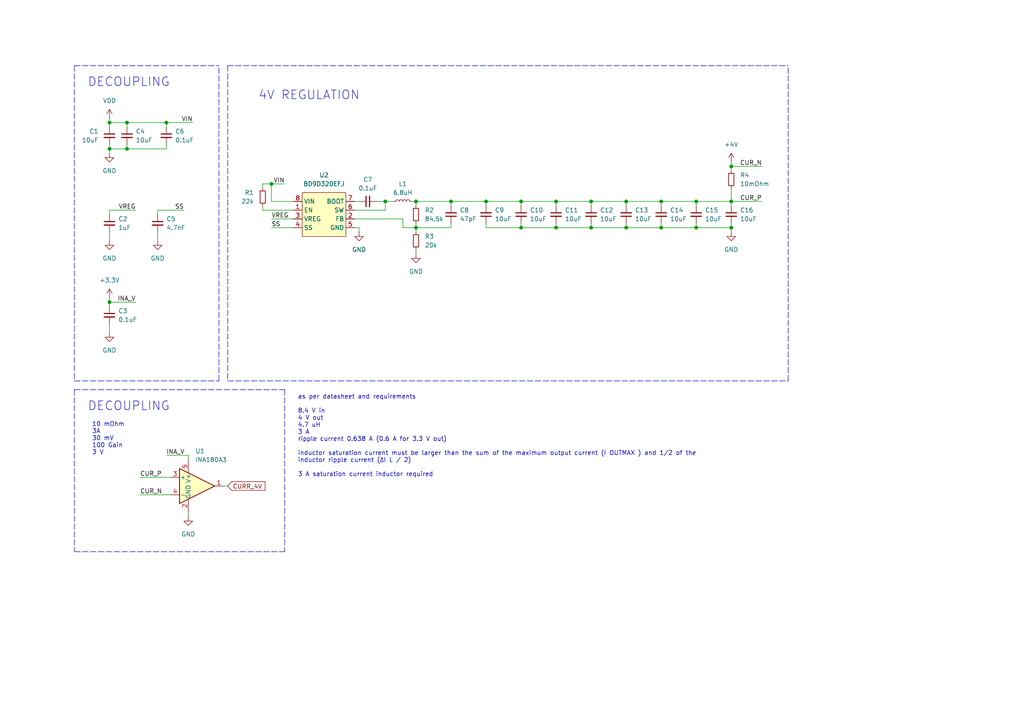
<source format=kicad_sch>
(kicad_sch (version 20211123) (generator eeschema)
  (paper "A4")
  (lib_symbols
    (symbol "Amplifier_Current:INA180A3" (pin_names (offset 0.127))
      (property "Reference" "U" (at 3.81 3.81 0))
      (property "Value" "INA180A3" (at 3.81 -2.54 0))
      (symbol "INA180A3_0_1"
        (polyline (pts (xy 5.08 0) (xy -5.08 5.08) (xy -5.08 -5.08) (xy 5.08 0)) (stroke (width 0.254)) (fill (type background)))
      )
      (symbol "INA180A3_1_1"
        (pin output line (at 7.62 0 180) (length 2.54) (name "~") (number "1"))
        (pin power_in line (at -2.54 -7.62 90) (length 3.81) (name "GND") (number "2"))
        (pin input line (at -7.62 2.54 0) (length 2.54) (name "+") (number "3"))
        (pin input line (at -7.62 -2.54 0) (length 2.54) (name "-") (number "4"))
        (pin power_in line (at -2.54 7.62 270) (length 3.81) (name "V+") (number "5"))
      )
    )
    (symbol "BD9D320EFJ_1"
      (property "Reference" "U" (at 0 6.35 0))
      (property "Value" "BD9D320EFJ_1" (at 0 8.89 0))
      (symbol "BD9D320EFJ_1_0_1"
        (rectangle (start -6.35 2.54) (end 6.35 -10.16) (fill (type background)))
      )
      (symbol "BD9D320EFJ_1_1_1"
        (pin input line (at -8.89 -2.54 0) (length 2.54) (name "EN") (number "1"))
        (pin input line (at 8.89 -5.08 180) (length 2.54) (name "FB") (number "2"))
        (pin input line (at -8.89 -5.08 0) (length 2.54) (name "VREG") (number "3"))
        (pin input line (at -8.89 -7.62 0) (length 2.54) (name "SS") (number "4"))
        (pin input line (at 8.89 -7.62 180) (length 2.54) (name "GND") (number "5"))
        (pin input line (at 8.89 -2.54 180) (length 2.54) (name "SW") (number "6"))
        (pin input line (at 8.89 0 180) (length 2.54) (name "BOOT") (number "7"))
        (pin input line (at -8.89 0 0) (length 2.54) (name "VIN") (number "8"))
        (pin input line (at 8.89 -7.62 180) (length 2.54) hide (name "GND") (number "9"))
      )
    )
    (symbol "Device:C_Small" (pin_numbers hide) (pin_names (offset 0.254) hide)
      (property "Reference" "C" (at 0.254 1.778 0))
      (property "Value" "C_Small" (at 0.254 -2.032 0))
      (symbol "C_Small_0_1"
        (polyline (pts (xy -1.524 -0.508) (xy 1.524 -0.508)) (stroke (width 0.3302)))
        (polyline (pts (xy -1.524 0.508) (xy 1.524 0.508)) (stroke (width 0.3048)))
      )
      (symbol "C_Small_1_1"
        (pin passive line (at 0 2.54 270) (length 2.032) (name "~") (number "1"))
        (pin passive line (at 0 -2.54 90) (length 2.032) (name "~") (number "2"))
      )
    )
    (symbol "Device:L_Small" (pin_numbers hide) (pin_names (offset 0.254) hide)
      (property "Reference" "L" (at 0.762 1.016 0))
      (property "Value" "L_Small" (at 0.762 -1.016 0))
      (symbol "L_Small_0_1"
        (arc (start 0 -2.032) (mid 0.508 -1.524) (end 0 -1.016))
        (arc (start 0 -1.016) (mid 0.508 -0.508) (end 0 0))
        (arc (start 0 0) (mid 0.508 0.508) (end 0 1.016))
        (arc (start 0 1.016) (mid 0.508 1.524) (end 0 2.032))
      )
      (symbol "L_Small_1_1"
        (pin passive line (at 0 2.54 270) (length 0.508) (name "~") (number "1"))
        (pin passive line (at 0 -2.54 90) (length 0.508) (name "~") (number "2"))
      )
    )
    (symbol "Device:R_Small" (pin_numbers hide) (pin_names (offset 0.254) hide)
      (property "Reference" "R" (at 0.762 0.508 0))
      (property "Value" "R_Small" (at 0.762 -1.016 0))
      (symbol "R_Small_0_1"
        (rectangle (start -0.762 1.778) (end 0.762 -1.778) (stroke (width 0.2032)))
      )
      (symbol "R_Small_1_1"
        (pin passive line (at 0 2.54 270) (length 0.762) (name "~") (number "1"))
        (pin passive line (at 0 -2.54 90) (length 0.762) (name "~") (number "2"))
      )
    )
    (symbol "power:+3.3V" (power) (pin_names (offset 0))
      (property "Value" "+3.3V" (at 0 3.556 0))
      (symbol "+3.3V_0_1"
        (polyline (pts (xy -0.762 1.27) (xy 0 2.54)))
        (polyline (pts (xy 0 0) (xy 0 2.54)))
        (polyline (pts (xy 0 2.54) (xy 0.762 1.27)))
      )
      (symbol "+3.3V_1_1"
        (pin power_in line (at 0 0 90) (length 0) hide (name "+3.3V") (number "1"))
      )
    )
    (symbol "power:+4V" (power) (pin_names (offset 0))
      (property "Value" "+4V" (at 0 3.556 0))
      (symbol "+4V_0_1"
        (polyline (pts (xy -0.762 1.27) (xy 0 2.54)))
        (polyline (pts (xy 0 0) (xy 0 2.54)))
        (polyline (pts (xy 0 2.54) (xy 0.762 1.27)))
      )
      (symbol "+4V_1_1"
        (pin power_in line (at 0 0 90) (length 0) hide (name "+4V") (number "1"))
      )
    )
    (symbol "power:GND" (power) (pin_names (offset 0))
      (property "Value" "GND" (at 0 -3.81 0))
      (symbol "GND_0_1"
        (polyline (pts (xy 0 0) (xy 0 -1.27) (xy 1.27 -1.27) (xy 0 -2.54) (xy -1.27 -1.27) (xy 0 -1.27)))
      )
      (symbol "GND_1_1"
        (pin power_in line (at 0 0 270) (length 0) hide (name "GND") (number "1"))
      )
    )
    (symbol "power:VDD" (power) (pin_names (offset 0))
      (property "Value" "VDD" (at 0 3.81 0))
      (symbol "VDD_0_1"
        (polyline (pts (xy -0.762 1.27) (xy 0 2.54)))
        (polyline (pts (xy 0 0) (xy 0 2.54)))
        (polyline (pts (xy 0 2.54) (xy 0.762 1.27)))
      )
      (symbol "VDD_1_1"
        (pin power_in line (at 0 0 90) (length 0) hide (name "VDD") (number "1"))
      )
    )
  )
  (junction (at 31.75 43.18))
  (junction (at 161.29 58.42))
  (junction (at 181.61 66.04))
  (junction (at 161.29 66.04))
  (junction (at 36.83 43.18))
  (junction (at 181.61 58.42))
  (junction (at 120.65 66.04))
  (junction (at 140.97 58.42))
  (junction (at 212.09 66.04))
  (junction (at 120.65 58.42))
  (junction (at 130.81 58.42))
  (junction (at 201.93 58.42))
  (junction (at 171.45 66.04))
  (junction (at 212.09 58.42))
  (junction (at 191.77 66.04))
  (junction (at 111.76 58.42))
  (junction (at 31.75 87.63))
  (junction (at 151.13 66.04))
  (junction (at 212.09 48.26))
  (junction (at 31.75 35.56))
  (junction (at 36.83 35.56))
  (junction (at 171.45 58.42))
  (junction (at 201.93 66.04))
  (junction (at 48.26 35.56))
  (junction (at 78.74 53.34))
  (junction (at 151.13 58.42))
  (junction (at 191.77 58.42))
  (wire (pts (xy 201.93 64.77) (xy 201.93 66.04)))
  (polyline (pts (xy 66.04 19.05) (xy 66.04 110.49)))
  (wire (pts (xy 39.37 60.96) (xy 31.75 60.96)))
  (wire (pts (xy 104.14 66.04) (xy 104.14 67.31)))
  (wire (pts (xy 212.09 58.42) (xy 212.09 59.69)))
  (wire (pts (xy 116.84 66.04) (xy 116.84 63.5)))
  (wire (pts (xy 36.83 43.18) (xy 48.26 43.18)))
  (wire (pts (xy 55.88 35.56) (xy 48.26 35.56)))
  (wire (pts (xy 161.29 66.04) (xy 151.13 66.04)))
  (wire (pts (xy 201.93 58.42) (xy 201.93 59.69)))
  (wire (pts (xy 76.2 53.34) (xy 78.74 53.34)))
  (wire (pts (xy 212.09 54.61) (xy 212.09 58.42)))
  (wire (pts (xy 64.77 140.97) (xy 66.04 140.97)))
  (polyline (pts (xy 66.04 19.05) (xy 228.6 19.05)))
  (wire (pts (xy 76.2 60.96) (xy 85.09 60.96)))
  (wire (pts (xy 151.13 64.77) (xy 151.13 66.04)))
  (wire (pts (xy 181.61 66.04) (xy 171.45 66.04)))
  (wire (pts (xy 171.45 58.42) (xy 171.45 59.69)))
  (wire (pts (xy 201.93 66.04) (xy 191.77 66.04)))
  (wire (pts (xy 130.81 66.04) (xy 130.81 64.77)))
  (wire (pts (xy 140.97 58.42) (xy 140.97 59.69)))
  (polyline (pts (xy 66.04 110.49) (xy 228.6 110.49)))
  (wire (pts (xy 45.72 67.31) (xy 45.72 69.85)))
  (wire (pts (xy 212.09 64.77) (xy 212.09 66.04)))
  (wire (pts (xy 130.81 58.42) (xy 130.81 59.69)))
  (wire (pts (xy 111.76 58.42) (xy 114.3 58.42)))
  (polyline (pts (xy 21.59 160.02) (xy 82.55 160.02)))
  (wire (pts (xy 191.77 58.42) (xy 191.77 59.69)))
  (wire (pts (xy 171.45 64.77) (xy 171.45 66.04)))
  (wire (pts (xy 161.29 64.77) (xy 161.29 66.04)))
  (wire (pts (xy 212.09 66.04) (xy 201.93 66.04)))
  (wire (pts (xy 31.75 93.98) (xy 31.75 96.52)))
  (wire (pts (xy 111.76 60.96) (xy 111.76 58.42)))
  (wire (pts (xy 102.87 60.96) (xy 111.76 60.96)))
  (wire (pts (xy 49.53 138.43) (xy 40.64 138.43)))
  (wire (pts (xy 212.09 46.99) (xy 212.09 48.26)))
  (wire (pts (xy 31.75 34.29) (xy 31.75 35.56)))
  (wire (pts (xy 181.61 58.42) (xy 181.61 59.69)))
  (wire (pts (xy 48.26 35.56) (xy 36.83 35.56)))
  (wire (pts (xy 212.09 48.26) (xy 212.09 49.53)))
  (polyline (pts (xy 63.5 110.49) (xy 63.5 19.05)))
  (wire (pts (xy 191.77 66.04) (xy 181.61 66.04)))
  (wire (pts (xy 102.87 66.04) (xy 104.14 66.04)))
  (wire (pts (xy 31.75 36.83) (xy 31.75 35.56)))
  (wire (pts (xy 36.83 35.56) (xy 36.83 36.83)))
  (polyline (pts (xy 21.59 113.03) (xy 82.55 113.03)))
  (wire (pts (xy 31.75 60.96) (xy 31.75 62.23)))
  (wire (pts (xy 31.75 35.56) (xy 36.83 35.56)))
  (wire (pts (xy 120.65 66.04) (xy 116.84 66.04)))
  (wire (pts (xy 171.45 58.42) (xy 181.61 58.42)))
  (polyline (pts (xy 21.59 113.03) (xy 21.59 160.02)))
  (wire (pts (xy 53.34 60.96) (xy 45.72 60.96)))
  (polyline (pts (xy 82.55 113.03) (xy 82.55 160.02)))
  (wire (pts (xy 31.75 43.18) (xy 31.75 44.45)))
  (wire (pts (xy 171.45 66.04) (xy 161.29 66.04)))
  (wire (pts (xy 140.97 58.42) (xy 151.13 58.42)))
  (wire (pts (xy 31.75 67.31) (xy 31.75 69.85)))
  (wire (pts (xy 181.61 58.42) (xy 191.77 58.42)))
  (wire (pts (xy 119.38 58.42) (xy 120.65 58.42)))
  (wire (pts (xy 161.29 58.42) (xy 171.45 58.42)))
  (wire (pts (xy 31.75 86.36) (xy 31.75 87.63)))
  (polyline (pts (xy 21.59 19.05) (xy 63.5 19.05)))
  (wire (pts (xy 181.61 64.77) (xy 181.61 66.04)))
  (wire (pts (xy 31.75 43.18) (xy 36.83 43.18)))
  (wire (pts (xy 102.87 58.42) (xy 104.14 58.42)))
  (wire (pts (xy 78.74 53.34) (xy 82.55 53.34)))
  (wire (pts (xy 191.77 64.77) (xy 191.77 66.04)))
  (wire (pts (xy 48.26 36.83) (xy 48.26 35.56)))
  (wire (pts (xy 151.13 66.04) (xy 140.97 66.04)))
  (wire (pts (xy 54.61 132.08) (xy 54.61 133.35)))
  (wire (pts (xy 120.65 72.39) (xy 120.65 73.66)))
  (wire (pts (xy 120.65 58.42) (xy 130.81 58.42)))
  (wire (pts (xy 78.74 58.42) (xy 85.09 58.42)))
  (wire (pts (xy 54.61 148.59) (xy 54.61 149.86)))
  (wire (pts (xy 212.09 48.26) (xy 220.98 48.26)))
  (wire (pts (xy 161.29 58.42) (xy 161.29 59.69)))
  (wire (pts (xy 49.53 143.51) (xy 40.64 143.51)))
  (wire (pts (xy 48.26 43.18) (xy 48.26 41.91)))
  (wire (pts (xy 212.09 66.04) (xy 212.09 67.31)))
  (wire (pts (xy 48.26 132.08) (xy 54.61 132.08)))
  (wire (pts (xy 76.2 53.34) (xy 76.2 54.61)))
  (wire (pts (xy 109.22 58.42) (xy 111.76 58.42)))
  (wire (pts (xy 201.93 58.42) (xy 212.09 58.42)))
  (polyline (pts (xy 228.6 110.49) (xy 228.6 19.05)))
  (wire (pts (xy 76.2 59.69) (xy 76.2 60.96)))
  (wire (pts (xy 120.65 66.04) (xy 130.81 66.04)))
  (wire (pts (xy 191.77 58.42) (xy 201.93 58.42)))
  (polyline (pts (xy 21.59 19.05) (xy 21.59 110.49)))
  (wire (pts (xy 151.13 58.42) (xy 151.13 59.69)))
  (wire (pts (xy 120.65 66.04) (xy 120.65 67.31)))
  (wire (pts (xy 31.75 41.91) (xy 31.75 43.18)))
  (wire (pts (xy 39.37 87.63) (xy 31.75 87.63)))
  (wire (pts (xy 140.97 64.77) (xy 140.97 66.04)))
  (wire (pts (xy 120.65 64.77) (xy 120.65 66.04)))
  (wire (pts (xy 120.65 58.42) (xy 120.65 59.69)))
  (wire (pts (xy 78.74 66.04) (xy 85.09 66.04)))
  (wire (pts (xy 78.74 53.34) (xy 78.74 58.42)))
  (wire (pts (xy 102.87 63.5) (xy 116.84 63.5)))
  (wire (pts (xy 31.75 87.63) (xy 31.75 88.9)))
  (wire (pts (xy 130.81 58.42) (xy 140.97 58.42)))
  (polyline (pts (xy 21.59 110.49) (xy 63.5 110.49)))
  (wire (pts (xy 151.13 58.42) (xy 161.29 58.42)))
  (wire (pts (xy 212.09 58.42) (xy 220.98 58.42)))
  (wire (pts (xy 45.72 60.96) (xy 45.72 62.23)))
  (wire (pts (xy 36.83 43.18) (xy 36.83 41.91)))
  (wire (pts (xy 78.74 63.5) (xy 85.09 63.5)))
  (text "4V REGULATION" (at 74.93 29.21 0) (effects (font (size 2.54 2.54)) (justify left bottom)))
  (text "as per datasheet and requirements\n\n8.4 V in \n4 V out\n4.7 uH\n3 A\nripple current 0.638 A (0.6 A for 3.3 V out)\n\ninductor saturation current must be larger than the sum of the maximum output current (I OUTMAX ) and 1/2 of the\ninductor ripple current (∆I L / 2)\n\n3 A saturation current inductor required" (at 86.36 138.43 0) (effects (font (size 1.27 1.27)) (justify left bottom)))
  (text "DECOUPLING" (at 25.4 25.4 0) (effects (font (size 2.54 2.54)) (justify left bottom)))
  (text "10 mOhm\n3A\n30 mV\n100 Gain\n3 V" (at 26.67 132.08 0) (effects (font (size 1.27 1.27)) (justify left bottom)))
  (text "DECOUPLING" (at 25.4 119.38 0) (effects (font (size 2.54 2.54)) (justify left bottom)))
  (label "VREG" (at 39.37 60.96 180))
  (label "SS" (at 78.74 66.04 0))
  (label "SS" (at 53.34 60.96 180))
  (label "VIN" (at 82.55 53.34 180))
  (label "CUR_P" (at 40.64 138.43 0))
  (label "CUR_P" (at 220.98 58.42 180))
  (label "INA_V" (at 48.26 132.08 0))
  (label "VREG" (at 78.74 63.5 0))
  (label "CUR_N" (at 40.64 143.51 0))
  (label "CUR_N" (at 220.98 48.26 180))
  (label "VIN" (at 55.88 35.56 180))
  (label "INA_V" (at 39.37 87.63 180))
  (global_label "CURR_4V" (shape input) (at 66.04 140.97 0) (property "Intersheet References" "${INTERSHEET_REFS}" (effects hide)))
  (symbol (lib_id "power:GND") (at 31.75 96.52 0) (unit 1)
    (property "Reference" "#PWR0109" (effects hide))
    (property "Value" "GND" (at 31.75 101.6 0))
  )
  (symbol (lib_id "Device:C_Small") (at 181.61 62.23 180) (unit 1)
    (property "Reference" "C13" (at 184.15 60.9535 0) (effects (justify right)))
    (property "Value" "10uF" (at 184.15 63.4935 0) (effects (justify right)))
    (property "Footprint" "Capacitor_SMD:C_0805_2012Metric" (effects hide))
  )
  (symbol (lib_id "Device:C_Small") (at 31.75 91.44 0) (unit 1)
    (property "Reference" "C3" (at 34.29 90.1762 0) (effects (justify left)))
    (property "Value" "0.1uF" (at 34.29 92.7162 0) (effects (justify left)))
    (property "Footprint" "Capacitor_SMD:C_0402_1005Metric" (effects hide))
  )
  (symbol (lib_id "Device:R_Small") (at 76.2 57.15 0) (unit 1)
    (property "Reference" "R1" (at 73.66 55.8799 0) (effects (justify right)))
    (property "Value" "22k" (at 73.66 58.4199 0) (effects (justify right)))
    (property "Footprint" "Resistor_SMD:R_0603_1608Metric" (effects hide))
  )
  (symbol (lib_id "Device:L_Small") (at 116.84 58.42 90) (unit 1)
    (property "Reference" "L1" (at 116.84 53.34 90))
    (property "Value" "6.8uH" (at 116.84 55.88 90))
    (property "Footprint" "LOCAL:HM72L-06306R8" (effects hide))
  )
  (symbol (lib_id "power:+4V") (at 212.09 46.99 0) (unit 1)
    (property "Reference" "#PWR0111" (effects hide))
    (property "Value" "+4V" (at 212.09 41.91 0))
  )
  (symbol (lib_id "Device:R_Small") (at 120.65 62.23 180) (unit 1)
    (property "Reference" "R2" (at 123.19 60.9599 0) (effects (justify right)))
    (property "Value" "84.5k" (at 123.19 63.4999 0) (effects (justify right)))
    (property "Footprint" "Resistor_SMD:R_0603_1608Metric" (effects hide))
  )
  (symbol (lib_id "Amplifier_Current:INA180A3") (at 57.15 140.97 0) (unit 1)
    (property "Reference" "U1" (at 56.6294 130.81 0) (effects (justify left)))
    (property "Value" "INA180A3" (at 56.6294 133.35 0) (effects (justify left)))
    (property "Footprint" "Package_TO_SOT_SMD:SOT-23-5" (effects hide))
    (property "Datasheet" "http://www.ti.com/lit/ds/symlink/ina180.pdf" (effects hide))
  )
  (symbol (lib_id "Device:C_Small") (at 48.26 39.37 0) (unit 1)
    (property "Reference" "C6" (at 50.8 38.1062 0) (effects (justify left)))
    (property "Value" "0.1uF" (at 50.8 40.6462 0) (effects (justify left)))
    (property "Footprint" "Capacitor_SMD:C_0402_1005Metric" (effects hide))
  )
  (symbol (lib_id "Device:C_Small") (at 45.72 64.77 0) (unit 1)
    (property "Reference" "C5" (at 48.26 63.5062 0) (effects (justify left)))
    (property "Value" "4.7nF" (at 48.26 66.0462 0) (effects (justify left)))
    (property "Footprint" "Capacitor_SMD:C_0402_1005Metric" (effects hide))
  )
  (symbol (lib_id "power:+3.3V") (at 31.75 86.36 0) (unit 1)
    (property "Reference" "#PWR0110" (effects hide))
    (property "Value" "+3.3V" (at 31.75 81.28 0))
  )
  (symbol (lib_id "Device:C_Small") (at 171.45 62.23 0) (unit 1)
    (property "Reference" "C12" (at 173.99 60.9662 0) (effects (justify left)))
    (property "Value" "10uF" (at 173.99 63.5062 0) (effects (justify left)))
    (property "Footprint" "Capacitor_SMD:C_0805_2012Metric" (effects hide))
  )
  (symbol (lib_id "power:GND") (at 54.61 149.86 0) (unit 1)
    (property "Reference" "#PWR0101" (effects hide))
    (property "Value" "GND" (at 54.61 154.94 0))
  )
  (symbol (lib_id "Device:C_Small") (at 161.29 62.23 0) (unit 1)
    (property "Reference" "C11" (at 163.83 60.9662 0) (effects (justify left)))
    (property "Value" "10uF" (at 163.83 63.5062 0) (effects (justify left)))
    (property "Footprint" "Capacitor_SMD:C_0805_2012Metric" (effects hide))
  )
  (symbol (lib_id "Device:C_Small") (at 191.77 62.23 0) (unit 1)
    (property "Reference" "C14" (at 194.31 60.9662 0) (effects (justify left)))
    (property "Value" "10uF" (at 194.31 63.5062 0) (effects (justify left)))
    (property "Footprint" "Capacitor_SMD:C_0805_2012Metric" (effects hide))
  )
  (symbol (lib_id "Device:C_Small") (at 140.97 62.23 180) (unit 1)
    (property "Reference" "C9" (at 143.51 60.9535 0) (effects (justify right)))
    (property "Value" "10uF" (at 143.51 63.4935 0) (effects (justify right)))
    (property "Footprint" "Capacitor_SMD:C_0805_2012Metric" (effects hide))
  )
  (symbol (lib_id "Device:C_Small") (at 31.75 64.77 0) (unit 1)
    (property "Reference" "C2" (at 34.29 63.5062 0) (effects (justify left)))
    (property "Value" "1uF" (at 34.29 66.0462 0) (effects (justify left)))
    (property "Footprint" "Capacitor_SMD:C_0603_1608Metric" (effects hide))
  )
  (symbol (lib_id "power:GND") (at 104.14 67.31 0) (unit 1)
    (property "Reference" "#PWR0104" (effects hide))
    (property "Value" "GND" (at 104.14 72.39 0))
  )
  (symbol (lib_id "Device:R_Small") (at 212.09 52.07 180) (unit 1)
    (property "Reference" "R4" (at 214.63 50.7999 0) (effects (justify right)))
    (property "Value" "10mOhm" (at 214.63 53.3399 0) (effects (justify right)))
    (property "Footprint" "Resistor_SMD:R_0603_1608Metric" (effects hide))
  )
  (symbol (lib_id "Device:R_Small") (at 120.65 69.85 180) (unit 1)
    (property "Reference" "R3" (at 123.19 68.5799 0) (effects (justify right)))
    (property "Value" "20k" (at 123.19 71.1199 0) (effects (justify right)))
    (property "Footprint" "Resistor_SMD:R_0603_1608Metric" (effects hide))
  )
  (symbol (lib_name "BD9D320EFJ_1") (lib_id "LOCAL:BD9D320EFJ") (at 93.98 58.42 0) (unit 1)
    (property "Reference" "U2" (at 93.98 50.8 0))
    (property "Value" "BD9D320EFJ" (at 93.98 53.34 0))
    (property "Footprint" "Package_SO:HSOP-8-1EP_3.9x4.9mm_P1.27mm_EP2.41x3.1mm" (effects hide))
    (property "Datasheet" "https://eu.mouser.com/datasheet/2/348/bd9d320efj-e-1874317.pdf" (effects hide))
  )
  (symbol (lib_id "Device:C_Small") (at 130.81 62.23 180) (unit 1)
    (property "Reference" "C8" (at 133.35 60.9535 0) (effects (justify right)))
    (property "Value" "47pF" (at 133.35 63.4935 0) (effects (justify right)))
    (property "Footprint" "Capacitor_SMD:C_0402_1005Metric" (effects hide))
  )
  (symbol (lib_id "power:GND") (at 212.09 67.31 0) (unit 1)
    (property "Reference" "#PWR0102" (effects hide))
    (property "Value" "GND" (at 212.09 72.39 0))
  )
  (symbol (lib_id "power:VDD") (at 31.75 34.29 0) (unit 1)
    (property "Reference" "#PWR0105" (effects hide))
    (property "Value" "VDD" (at 31.75 29.21 0))
  )
  (symbol (lib_id "Device:C_Small") (at 36.83 39.37 0) (unit 1)
    (property "Reference" "C4" (at 39.37 38.1062 0) (effects (justify left)))
    (property "Value" "10uF" (at 39.37 40.6462 0) (effects (justify left)))
    (property "Footprint" "Capacitor_SMD:C_0805_2012Metric" (effects hide))
  )
  (symbol (lib_id "power:GND") (at 45.72 69.85 0) (unit 1)
    (property "Reference" "#PWR0108" (effects hide))
    (property "Value" "GND" (at 45.72 74.93 0))
  )
  (symbol (lib_id "Device:C_Small") (at 151.13 62.23 0) (unit 1)
    (property "Reference" "C10" (at 153.67 60.9662 0) (effects (justify left)))
    (property "Value" "10uF" (at 153.67 63.5062 0) (effects (justify left)))
    (property "Footprint" "Capacitor_SMD:C_0805_2012Metric" (effects hide))
  )
  (symbol (lib_id "power:GND") (at 120.65 73.66 0) (unit 1)
    (property "Reference" "#PWR0103" (effects hide))
    (property "Value" "GND" (at 120.65 78.74 0))
  )
  (symbol (lib_id "power:GND") (at 31.75 44.45 0) (unit 1)
    (property "Reference" "#PWR0107" (effects hide))
    (property "Value" "GND" (at 31.75 49.53 0))
  )
  (symbol (lib_id "Device:C_Small") (at 106.68 58.42 90) (unit 1)
    (property "Reference" "C7" (at 106.6863 52.07 90))
    (property "Value" "0.1uF" (at 106.6863 54.61 90))
    (property "Footprint" "Capacitor_SMD:C_0402_1005Metric" (effects hide))
  )
  (symbol (lib_id "Device:C_Small") (at 201.93 62.23 0) (unit 1)
    (property "Reference" "C15" (at 204.47 60.9662 0) (effects (justify left)))
    (property "Value" "10uF" (at 204.47 63.5062 0) (effects (justify left)))
    (property "Footprint" "Capacitor_SMD:C_0805_2012Metric" (effects hide))
  )
  (symbol (lib_id "Device:C_Small") (at 31.75 39.37 0) (unit 1)
    (property "Reference" "C1" (at 28.575 38.1062 0) (effects (justify right)))
    (property "Value" "10uF" (at 28.575 40.6462 0) (effects (justify right)))
    (property "Footprint" "Capacitor_SMD:C_0805_2012Metric" (effects hide))
  )
  (symbol (lib_id "power:GND") (at 31.75 69.85 0) (unit 1)
    (property "Reference" "#PWR0106" (effects hide))
    (property "Value" "GND" (at 31.75 74.93 0))
  )
  (symbol (lib_id "Device:C_Small") (at 212.09 62.23 0) (unit 1)
    (property "Reference" "C16" (at 214.63 60.9662 0) (effects (justify left)))
    (property "Value" "10uF" (at 214.63 63.5062 0) (effects (justify left)))
    (property "Footprint" "Capacitor_SMD:C_0805_2012Metric" (effects hide))
  )
)
</source>
